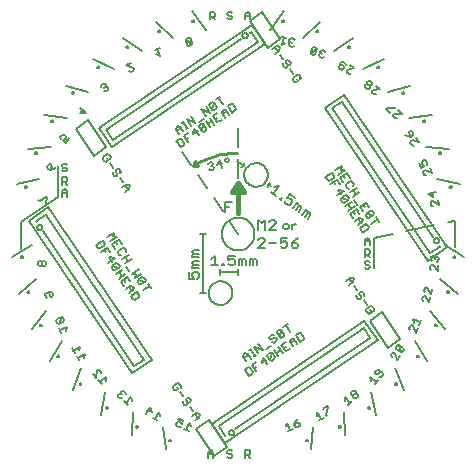
<source format=gto>
G75*
%MOIN*%
%OFA0B0*%
%FSLAX24Y24*%
%IPPOS*%
%LPD*%
%AMOC8*
5,1,8,0,0,1.08239X$1,22.5*
%
%ADD10C,0.0060*%
%ADD11C,0.0050*%
%ADD12C,0.0100*%
%ADD13C,0.0080*%
%ADD14C,0.0070*%
%ADD15C,0.0160*%
D10*
X009487Y009019D02*
X009373Y009151D01*
X009430Y009085D02*
X009627Y009255D01*
X009618Y009133D01*
X009458Y009384D02*
X009462Y009445D01*
X009405Y009511D01*
X009344Y009515D01*
X009311Y009487D01*
X009294Y009242D01*
X009180Y009373D01*
X008736Y009820D02*
X008646Y009968D01*
X008691Y009894D02*
X008913Y010030D01*
X008884Y009911D01*
X008730Y010162D02*
X008758Y010281D01*
X008537Y010145D01*
X008582Y010071D02*
X008491Y010219D01*
X008280Y010807D02*
X008328Y010920D01*
X008087Y010822D01*
X008054Y010902D02*
X008120Y010741D01*
X008048Y011031D02*
X008144Y011257D01*
X007983Y011191D01*
X007959Y011135D01*
X007992Y011054D01*
X008048Y011031D01*
X008209Y011096D01*
X008233Y011153D01*
X008200Y011233D01*
X008144Y011257D01*
X007840Y011943D02*
X007798Y011933D01*
X007746Y011966D01*
X007717Y012093D01*
X007633Y012074D02*
X007802Y012112D01*
X007854Y012079D01*
X007873Y011995D01*
X007840Y011943D01*
X007671Y011905D02*
X007619Y011937D01*
X007600Y012022D01*
X007633Y012074D01*
X007541Y012968D02*
X007584Y012971D01*
X007625Y013017D01*
X007619Y013104D01*
X007574Y013144D01*
X007530Y013142D01*
X007490Y013096D01*
X007495Y013009D01*
X007541Y012968D01*
X007495Y013009D02*
X007454Y012963D01*
X007411Y012961D01*
X007365Y013001D01*
X007360Y013088D01*
X007400Y013134D01*
X007444Y013136D01*
X007490Y013096D01*
X006798Y013540D02*
X006798Y014426D01*
X008028Y015263D01*
X008028Y016296D01*
X007952Y016262D02*
X007877Y016202D01*
X007762Y016159D01*
X007816Y016277D01*
X007794Y016334D01*
X007755Y016352D01*
X007697Y016331D01*
X007661Y016252D01*
X007683Y016195D01*
X007762Y016159D01*
X008157Y016160D02*
X008200Y016117D01*
X008287Y016117D01*
X008331Y016160D01*
X008331Y016204D01*
X008287Y016247D01*
X008200Y016247D01*
X008157Y016290D01*
X008157Y016334D01*
X008200Y016377D01*
X008287Y016377D01*
X008331Y016334D01*
X008287Y015934D02*
X008331Y015891D01*
X008331Y015804D01*
X008287Y015761D01*
X008157Y015761D01*
X008244Y015761D02*
X008331Y015674D01*
X008244Y015540D02*
X008331Y015454D01*
X008331Y015280D01*
X008331Y015410D02*
X008157Y015410D01*
X008157Y015454D02*
X008157Y015280D01*
X008157Y015454D02*
X008244Y015540D01*
X008157Y015674D02*
X008157Y015934D01*
X008287Y015934D01*
X007672Y015251D02*
X007630Y015262D01*
X007417Y015140D01*
X007375Y015151D01*
X007626Y015083D02*
X007672Y015251D01*
X008301Y017082D02*
X008193Y017154D01*
X008278Y017202D01*
X008302Y017238D01*
X008290Y017298D01*
X008218Y017347D01*
X008158Y017335D01*
X008109Y017263D01*
X008121Y017203D01*
X008301Y017082D02*
X008398Y017226D01*
X008774Y018057D02*
X008893Y018183D01*
X008769Y018241D02*
X008958Y018063D01*
X008774Y018057D01*
X009555Y018793D02*
X009616Y018784D01*
X009685Y018837D01*
X009693Y018898D01*
X009667Y018932D01*
X009606Y018940D01*
X009614Y019001D01*
X009588Y019036D01*
X009527Y019044D01*
X009458Y018991D01*
X009450Y018930D01*
X009571Y018914D02*
X009606Y018940D01*
X010393Y019460D02*
X010451Y019442D01*
X010528Y019483D01*
X010546Y019541D01*
X010525Y019580D01*
X010291Y019651D01*
X010444Y019733D01*
X011304Y020018D02*
X011414Y019963D01*
X011330Y020210D01*
X011248Y020182D02*
X011412Y020238D01*
X012325Y020340D02*
X012375Y020304D01*
X012460Y020318D01*
X012496Y020368D01*
X012297Y020511D01*
X012333Y020561D01*
X012418Y020575D01*
X012468Y020539D01*
X012496Y020368D01*
X012325Y020340D02*
X012297Y020511D01*
X013078Y021186D02*
X013078Y021446D01*
X013208Y021446D01*
X013252Y021403D01*
X013252Y021316D01*
X013208Y021272D01*
X013078Y021272D01*
X013165Y021272D02*
X013252Y021186D01*
X013669Y021229D02*
X013712Y021186D01*
X013799Y021186D01*
X013842Y021229D01*
X013842Y021273D01*
X013799Y021316D01*
X013712Y021316D01*
X013669Y021359D01*
X013669Y021403D01*
X013712Y021446D01*
X013799Y021446D01*
X013842Y021403D01*
X014259Y021359D02*
X014259Y021186D01*
X014259Y021316D02*
X014433Y021316D01*
X014433Y021359D02*
X014433Y021186D01*
X014433Y021359D02*
X014346Y021446D01*
X014259Y021359D01*
X015167Y020187D02*
X015311Y020284D01*
X015431Y020260D01*
X015408Y020140D01*
X015264Y020043D01*
X015372Y020116D02*
X015275Y020259D01*
X015502Y020335D02*
X015544Y020592D01*
X015629Y020578D02*
X015458Y020606D01*
X015601Y020407D02*
X015502Y020335D01*
X015714Y020344D02*
X015721Y020387D01*
X015771Y020423D01*
X015735Y020473D01*
X015742Y020516D01*
X015792Y020551D01*
X015877Y020537D01*
X015913Y020488D01*
X015813Y020416D02*
X015771Y020423D01*
X015714Y020344D02*
X015750Y020295D01*
X015835Y020281D01*
X015885Y020316D01*
X015439Y020015D02*
X015536Y019871D01*
X015640Y019795D02*
X015628Y019735D01*
X015677Y019663D01*
X015665Y019603D01*
X015629Y019579D01*
X015569Y019590D01*
X015521Y019662D01*
X015532Y019722D01*
X015640Y019795D02*
X015676Y019819D01*
X015736Y019808D01*
X015785Y019736D01*
X015773Y019676D01*
X015769Y019527D02*
X015866Y019383D01*
X016006Y019331D02*
X015862Y019234D01*
X015850Y019174D01*
X015899Y019102D01*
X015959Y019090D01*
X016031Y019139D01*
X015982Y019210D01*
X016103Y019187D02*
X016114Y019247D01*
X016066Y019319D01*
X016006Y019331D01*
X016749Y019930D02*
X016832Y019902D01*
X016887Y019929D01*
X016832Y020039D02*
X016791Y020053D01*
X016764Y020108D01*
X016778Y020149D01*
X016833Y020177D01*
X016915Y020149D01*
X016942Y020094D01*
X016791Y020053D02*
X016736Y020026D01*
X016722Y019985D01*
X016749Y019930D01*
X016607Y020024D02*
X016552Y019997D01*
X016470Y020025D01*
X016443Y020080D01*
X016663Y020188D01*
X016636Y020243D01*
X016554Y020271D01*
X016499Y020244D01*
X016443Y020080D01*
X016607Y020024D02*
X016663Y020188D01*
X017470Y019764D02*
X017389Y019610D01*
X017407Y019552D01*
X017483Y019511D01*
X017542Y019529D01*
X017562Y019567D01*
X017544Y019626D01*
X017429Y019687D01*
X017470Y019764D02*
X017529Y019782D01*
X017605Y019741D01*
X017623Y019682D01*
X017751Y019664D02*
X017904Y019582D01*
X017669Y019510D01*
X017649Y019472D01*
X017667Y019413D01*
X017743Y019373D01*
X017802Y019391D01*
X018281Y019022D02*
X018342Y019030D01*
X018411Y018977D01*
X018419Y018916D01*
X018393Y018882D01*
X018332Y018874D01*
X018263Y018927D01*
X018255Y018987D01*
X018281Y019022D01*
X018342Y019030D02*
X018334Y019091D01*
X018360Y019125D01*
X018421Y019133D01*
X018490Y019081D01*
X018498Y019020D01*
X018472Y018985D01*
X018411Y018977D01*
X018515Y018843D02*
X018489Y018808D01*
X018497Y018748D01*
X018566Y018695D01*
X018627Y018703D01*
X018515Y018843D02*
X018758Y018875D01*
X018620Y018981D01*
X019284Y018253D02*
X019252Y018223D01*
X019007Y018231D01*
X018976Y018202D01*
X019094Y018075D01*
X019209Y018016D02*
X019207Y017955D01*
X019266Y017892D01*
X019328Y017890D01*
X019209Y018016D02*
X019241Y018046D01*
X019486Y018038D01*
X019367Y018165D01*
X019764Y017469D02*
X019728Y017445D01*
X019717Y017384D01*
X019789Y017276D01*
X019861Y017325D01*
X019873Y017385D01*
X019825Y017457D01*
X019764Y017469D01*
X019669Y017300D02*
X019584Y017348D01*
X019669Y017300D02*
X019789Y017276D01*
X019821Y017152D02*
X019785Y017127D01*
X019773Y017067D01*
X019821Y016995D01*
X019882Y016983D01*
X019821Y017152D02*
X020062Y017104D01*
X019965Y017248D01*
X020249Y016486D02*
X020170Y016450D01*
X020148Y016393D01*
X020166Y016354D01*
X020242Y016293D01*
X020123Y016239D01*
X020051Y016397D01*
X020249Y016486D02*
X020306Y016465D01*
X020342Y016386D01*
X020321Y016329D01*
X020410Y016236D02*
X020482Y016078D01*
X020253Y016164D01*
X020213Y016146D01*
X020192Y016089D01*
X020228Y016010D01*
X020285Y015989D01*
X020480Y015427D02*
X020525Y015259D01*
X020366Y015351D01*
X020617Y015419D01*
X020683Y015177D02*
X020728Y015009D01*
X020515Y015131D01*
X020473Y015120D01*
X020443Y015067D01*
X020466Y014983D01*
X020519Y014952D01*
X020572Y014324D02*
X019631Y014119D01*
X019186Y014020D02*
X018560Y013885D01*
X018560Y012900D01*
X018419Y012926D02*
X018376Y012883D01*
X018289Y012883D01*
X018246Y012926D01*
X018289Y013013D02*
X018376Y013013D01*
X018419Y012969D01*
X018419Y012926D01*
X018289Y013013D02*
X018246Y013056D01*
X018246Y013099D01*
X018289Y013143D01*
X018376Y013143D01*
X018419Y013099D01*
X018419Y013259D02*
X018332Y013346D01*
X018376Y013346D02*
X018246Y013346D01*
X018246Y013259D02*
X018246Y013519D01*
X018376Y013519D01*
X018419Y013476D01*
X018419Y013389D01*
X018376Y013346D01*
X018419Y013656D02*
X018419Y013830D01*
X018332Y013916D01*
X018246Y013830D01*
X018246Y013656D01*
X018246Y013786D02*
X018419Y013786D01*
X018224Y014101D02*
X018368Y014198D01*
X018380Y014258D01*
X018307Y014366D01*
X018091Y014220D01*
X018164Y014112D01*
X018224Y014101D01*
X018023Y014321D02*
X018167Y014418D01*
X018191Y014538D01*
X018070Y014561D01*
X017926Y014464D01*
X017859Y014565D02*
X017762Y014709D01*
X017977Y014854D01*
X018074Y014710D01*
X018190Y014789D02*
X018093Y014932D01*
X018309Y015078D01*
X018406Y014934D01*
X018438Y014809D02*
X018498Y014798D01*
X018546Y014726D01*
X018535Y014666D01*
X018294Y014712D01*
X018282Y014652D01*
X018331Y014580D01*
X018391Y014569D01*
X018535Y014666D01*
X018638Y014589D02*
X018736Y014446D01*
X018687Y014517D02*
X018471Y014372D01*
X018131Y014393D02*
X018034Y014537D01*
X017918Y014710D02*
X017869Y014781D01*
X017802Y014882D02*
X017705Y015026D01*
X017813Y015098D02*
X017597Y014953D01*
X017565Y015078D02*
X017505Y015089D01*
X017456Y015161D01*
X017468Y015222D01*
X017709Y015175D01*
X017565Y015078D01*
X017468Y015222D02*
X017612Y015319D01*
X017672Y015307D01*
X017721Y015235D01*
X017709Y015175D01*
X017861Y015277D02*
X018076Y015423D01*
X017969Y015350D02*
X017872Y015494D01*
X017979Y015566D02*
X017764Y015421D01*
X017732Y015546D02*
X017672Y015557D01*
X017623Y015629D01*
X017635Y015689D01*
X017779Y015786D01*
X017839Y015775D01*
X017887Y015703D01*
X017876Y015643D01*
X017747Y015911D02*
X017650Y016055D01*
X017434Y015909D01*
X017531Y015766D01*
X017415Y015688D02*
X017318Y015831D01*
X017103Y015686D01*
X017071Y015811D02*
X017215Y015908D01*
X017226Y015968D01*
X017154Y016076D01*
X016938Y015930D01*
X017011Y015822D01*
X017071Y015811D01*
X017210Y015759D02*
X017259Y015687D01*
X017375Y015514D02*
X017472Y015370D01*
X017340Y015334D02*
X017556Y015479D01*
X017375Y015514D01*
X017591Y015910D02*
X017542Y015982D01*
X017582Y016155D02*
X017366Y016010D01*
X017269Y016154D02*
X017485Y016299D01*
X017462Y016179D01*
X017582Y016155D01*
X017893Y015152D02*
X017990Y015009D01*
X017910Y014955D02*
X017694Y014809D01*
X018201Y015005D02*
X018250Y014933D01*
X018294Y014712D02*
X018438Y014809D01*
X020454Y013251D02*
X020449Y013164D01*
X020489Y013118D01*
X020482Y012997D02*
X020525Y012995D01*
X020688Y012811D01*
X020699Y012984D01*
X020663Y013108D02*
X020709Y013148D01*
X020714Y013235D01*
X020673Y013281D01*
X020630Y013283D01*
X020584Y013243D01*
X020581Y013199D01*
X020584Y013243D02*
X020543Y013289D01*
X020500Y013291D01*
X020454Y013251D01*
X020482Y012997D02*
X020436Y012957D01*
X020431Y012870D01*
X020472Y012824D01*
X020338Y012246D02*
X020295Y012256D01*
X020243Y012223D01*
X020224Y012139D01*
X020257Y012087D01*
X020230Y011969D02*
X020178Y011936D01*
X020159Y011851D01*
X020192Y011799D01*
X020230Y011969D02*
X020272Y011959D01*
X020403Y011751D01*
X020442Y011920D01*
X020468Y012039D02*
X020338Y012246D01*
X020507Y012208D02*
X020468Y012039D01*
X020122Y011175D02*
X020056Y011014D01*
X020089Y011095D02*
X019848Y011193D01*
X019896Y011080D01*
X019850Y010968D02*
X019810Y010984D01*
X019753Y010960D01*
X019720Y010880D01*
X019744Y010823D01*
X019850Y010968D02*
X019945Y010741D01*
X020011Y010902D01*
X019536Y010241D02*
X019551Y010182D01*
X019505Y010108D01*
X019446Y010094D01*
X019389Y010332D01*
X019536Y010241D01*
X019446Y010094D02*
X019298Y010185D01*
X019284Y010244D01*
X019329Y010318D01*
X019389Y010332D01*
X019234Y010081D02*
X019175Y010067D01*
X019129Y009993D01*
X019143Y009934D01*
X019234Y010081D02*
X019271Y010059D01*
X019328Y009820D01*
X019419Y009968D01*
X018851Y009402D02*
X018720Y009515D01*
X018659Y009511D01*
X018602Y009445D01*
X018607Y009384D01*
X018640Y009356D01*
X018701Y009360D01*
X018786Y009458D01*
X018851Y009402D02*
X018856Y009341D01*
X018799Y009275D01*
X018738Y009271D01*
X018691Y009151D02*
X018578Y009019D01*
X018635Y009085D02*
X018438Y009255D01*
X018447Y009133D01*
X018003Y008710D02*
X018030Y008677D01*
X018025Y008616D01*
X017958Y008560D01*
X017897Y008566D01*
X017869Y008599D01*
X017875Y008660D01*
X017942Y008716D01*
X018003Y008710D01*
X017942Y008716D02*
X017947Y008777D01*
X017920Y008810D01*
X017859Y008816D01*
X017792Y008761D01*
X017786Y008699D01*
X017814Y008666D01*
X017875Y008660D01*
X017831Y008455D02*
X017698Y008344D01*
X017765Y008400D02*
X017599Y008600D01*
X017587Y008478D01*
X017025Y008251D02*
X016963Y008013D01*
X016985Y007976D01*
X016880Y007915D02*
X016731Y007827D01*
X016805Y007871D02*
X016674Y008095D01*
X016643Y007976D01*
X016853Y008200D02*
X017003Y008288D01*
X017025Y008251D01*
X016025Y007880D02*
X015959Y007808D01*
X015909Y007696D01*
X016031Y007743D01*
X016087Y007718D01*
X016102Y007678D01*
X016077Y007622D01*
X015996Y007591D01*
X015940Y007615D01*
X015909Y007696D01*
X015843Y007532D02*
X015681Y007469D01*
X015762Y007500D02*
X015669Y007743D01*
X015619Y007631D01*
X014433Y006786D02*
X014433Y006700D01*
X014390Y006656D01*
X014259Y006656D01*
X014259Y006570D02*
X014259Y006830D01*
X014390Y006830D01*
X014433Y006786D01*
X014346Y006656D02*
X014433Y006570D01*
X013842Y006613D02*
X013799Y006570D01*
X013712Y006570D01*
X013669Y006613D01*
X013712Y006700D02*
X013799Y006700D01*
X013842Y006656D01*
X013842Y006613D01*
X013712Y006700D02*
X013669Y006743D01*
X013669Y006786D01*
X013712Y006830D01*
X013799Y006830D01*
X013842Y006786D01*
X013203Y006743D02*
X013203Y006570D01*
X013203Y006700D02*
X013029Y006700D01*
X013029Y006743D02*
X013029Y006570D01*
X013029Y006743D02*
X013116Y006830D01*
X013203Y006743D01*
X012384Y007469D02*
X012222Y007532D01*
X012303Y007500D02*
X012396Y007743D01*
X012446Y007631D01*
X012592Y007817D02*
X012736Y007914D01*
X012759Y008034D01*
X012639Y008058D01*
X012495Y007961D01*
X012603Y008033D02*
X012700Y007890D01*
X012535Y008134D02*
X012438Y008278D01*
X012334Y008354D02*
X012299Y008330D01*
X012238Y008341D01*
X012190Y008413D01*
X012202Y008474D01*
X012298Y008486D02*
X012346Y008414D01*
X012334Y008354D01*
X012442Y008427D02*
X012454Y008487D01*
X012406Y008559D01*
X012345Y008571D01*
X012309Y008546D01*
X012298Y008486D01*
X012206Y008622D02*
X012109Y008766D01*
X012041Y008867D02*
X011992Y008939D01*
X012041Y008867D02*
X011969Y008818D01*
X011909Y008830D01*
X011860Y008902D01*
X011872Y008962D01*
X012016Y009059D01*
X012076Y009047D01*
X012125Y008975D01*
X012113Y008915D01*
X012040Y007880D02*
X012202Y007818D01*
X012155Y007696D01*
X012090Y007768D01*
X012049Y007784D01*
X011993Y007759D01*
X011962Y007678D01*
X011987Y007622D01*
X012068Y007591D01*
X012124Y007615D01*
X011422Y007976D02*
X011391Y008095D01*
X011259Y007871D01*
X011334Y007827D02*
X011184Y007915D01*
X011146Y008088D02*
X010996Y008176D01*
X011099Y008266D02*
X011146Y008088D01*
X010968Y008042D02*
X011099Y008266D01*
X010477Y008478D02*
X010466Y008600D01*
X010300Y008400D01*
X010233Y008455D02*
X010367Y008344D01*
X010168Y008566D02*
X010107Y008560D01*
X010040Y008616D01*
X010034Y008677D01*
X010062Y008710D01*
X010123Y008716D01*
X010156Y008688D01*
X010123Y008716D02*
X010117Y008777D01*
X010145Y008810D01*
X010206Y008816D01*
X010273Y008761D01*
X010278Y008699D01*
X010581Y011840D02*
X010725Y011937D01*
X010737Y011998D01*
X010664Y012105D01*
X010448Y011960D01*
X010521Y011852D01*
X010581Y011840D01*
X010381Y012060D02*
X010524Y012157D01*
X010548Y012278D01*
X010427Y012301D01*
X010284Y012204D01*
X010216Y012305D02*
X010119Y012449D01*
X010335Y012594D01*
X010432Y012450D01*
X010275Y012449D02*
X010227Y012521D01*
X010159Y012622D02*
X010062Y012766D01*
X010170Y012838D02*
X009954Y012693D01*
X009922Y012818D02*
X009862Y012829D01*
X009814Y012901D01*
X009825Y012961D01*
X010066Y012915D01*
X009922Y012818D01*
X009825Y012961D02*
X009969Y013058D01*
X010029Y013047D01*
X010078Y012975D01*
X010066Y012915D01*
X010294Y012934D02*
X010391Y012790D01*
X010495Y012714D02*
X010615Y012691D01*
X010592Y012570D01*
X010807Y012716D01*
X010839Y012591D02*
X010899Y012579D01*
X010948Y012507D01*
X010936Y012447D01*
X010695Y012494D01*
X010684Y012434D01*
X010732Y012362D01*
X010792Y012350D01*
X010936Y012447D01*
X011040Y012371D02*
X011137Y012227D01*
X011088Y012299D02*
X010873Y012154D01*
X010695Y012494D02*
X010839Y012591D01*
X010710Y012860D02*
X010495Y012714D01*
X010267Y012694D02*
X010051Y012549D01*
X010392Y012277D02*
X010489Y012133D01*
X010262Y013059D02*
X010478Y013204D01*
X010370Y013132D02*
X010273Y013275D01*
X010165Y013203D02*
X010381Y013348D01*
X010277Y013424D02*
X010289Y013485D01*
X010240Y013556D01*
X010180Y013568D01*
X010036Y013471D01*
X010025Y013411D01*
X010073Y013339D01*
X010133Y013327D01*
X009913Y013219D02*
X009732Y013254D01*
X009829Y013110D01*
X009697Y013073D02*
X009913Y013219D01*
X009773Y013427D02*
X009676Y013571D01*
X009460Y013426D01*
X009428Y013550D02*
X009572Y013647D01*
X009584Y013708D01*
X009511Y013815D01*
X009295Y013670D01*
X009368Y013562D01*
X009428Y013550D01*
X009568Y013498D02*
X009616Y013426D01*
X009933Y013547D02*
X009836Y013691D01*
X010051Y013837D01*
X010148Y013693D01*
X009992Y013692D02*
X009943Y013764D01*
X009984Y013937D02*
X009768Y013792D01*
X009671Y013935D02*
X009887Y014081D01*
X009863Y013961D01*
X009984Y013937D01*
X010250Y015442D02*
X010394Y015539D01*
X010417Y015660D01*
X010297Y015683D01*
X010153Y015586D01*
X010261Y015659D02*
X010358Y015515D01*
X010193Y015759D02*
X010096Y015903D01*
X009992Y015979D02*
X009956Y015955D01*
X009896Y015967D01*
X009848Y016039D01*
X009859Y016099D01*
X009956Y016111D02*
X010004Y016039D01*
X009992Y015979D01*
X010100Y016052D02*
X010112Y016112D01*
X010063Y016184D01*
X010003Y016196D01*
X009967Y016172D01*
X009956Y016111D01*
X009864Y016248D02*
X009767Y016392D01*
X009699Y016492D02*
X009650Y016564D01*
X009699Y016492D02*
X009627Y016444D01*
X009567Y016455D01*
X009518Y016527D01*
X009530Y016587D01*
X009674Y016684D01*
X009734Y016673D01*
X009782Y016601D01*
X009771Y016541D01*
X011972Y017142D02*
X012080Y017215D01*
X012140Y017203D01*
X012237Y017060D01*
X012226Y016999D01*
X012118Y016927D01*
X011972Y017142D01*
X012057Y017368D02*
X011960Y017512D01*
X011983Y017632D01*
X012104Y017609D01*
X012201Y017465D01*
X012301Y017533D02*
X012373Y017581D01*
X012337Y017557D02*
X012192Y017773D01*
X012156Y017749D02*
X012228Y017797D01*
X012319Y017858D02*
X012608Y017740D01*
X012463Y017955D01*
X012319Y017858D02*
X012464Y017643D01*
X012569Y017545D02*
X012534Y017364D01*
X012678Y017461D01*
X012714Y017329D02*
X012569Y017545D01*
X012729Y017601D02*
X012741Y017661D01*
X012813Y017709D01*
X012873Y017698D01*
X012826Y017457D01*
X012887Y017445D01*
X012959Y017494D01*
X012970Y017554D01*
X012873Y017698D01*
X012950Y017801D02*
X013095Y017586D01*
X013022Y017694D02*
X013166Y017791D01*
X013267Y017858D02*
X013338Y017907D01*
X013194Y017966D02*
X013339Y017750D01*
X013483Y017847D01*
X013584Y017915D02*
X013487Y018059D01*
X013510Y018179D01*
X013630Y018156D01*
X013727Y018012D01*
X013828Y018080D02*
X013682Y018296D01*
X013790Y018368D01*
X013850Y018357D01*
X013947Y018213D01*
X013936Y018153D01*
X013828Y018080D01*
X013655Y018120D02*
X013511Y018023D01*
X013338Y018063D02*
X013194Y017966D01*
X013093Y017898D02*
X013239Y017683D01*
X012953Y017972D02*
X012807Y018188D01*
X013097Y018069D01*
X012951Y018285D01*
X013076Y018317D02*
X013087Y018377D01*
X013159Y018425D01*
X013220Y018414D01*
X013173Y018173D01*
X013233Y018161D01*
X013305Y018210D01*
X013317Y018270D01*
X013220Y018414D01*
X013296Y018517D02*
X013440Y018614D01*
X013368Y018566D02*
X013513Y018350D01*
X013173Y018173D02*
X013076Y018317D01*
X012877Y017868D02*
X012733Y017771D01*
X012729Y017601D02*
X012826Y017457D01*
X012361Y017404D02*
X012217Y017307D01*
X012362Y017091D01*
X012289Y017199D02*
X012361Y017248D01*
X012128Y017573D02*
X011984Y017476D01*
X013046Y016412D02*
X013130Y016432D01*
X013183Y016400D01*
X013193Y016358D01*
X013161Y016305D01*
X013213Y016273D01*
X013223Y016231D01*
X013191Y016179D01*
X013107Y016159D01*
X013054Y016191D01*
X013118Y016295D02*
X013161Y016305D01*
X013014Y016359D02*
X013046Y016412D01*
X013321Y016344D02*
X013489Y016384D01*
X013597Y016455D02*
X013587Y016497D01*
X013619Y016549D01*
X013661Y016559D01*
X013713Y016527D01*
X013724Y016485D01*
X013691Y016433D01*
X013649Y016423D01*
X013597Y016455D01*
X013417Y016501D02*
X013477Y016248D01*
X013321Y016344D02*
X013417Y016501D01*
X015582Y014371D02*
X015539Y014328D01*
X015539Y014241D01*
X015582Y014198D01*
X015669Y014198D01*
X015712Y014241D01*
X015712Y014328D01*
X015669Y014371D01*
X015582Y014371D01*
X015833Y014371D02*
X015833Y014198D01*
X015833Y014284D02*
X015920Y014371D01*
X015963Y014371D01*
X017614Y012478D02*
X017758Y012576D01*
X017878Y012552D01*
X017855Y012432D01*
X017711Y012335D01*
X017819Y012407D02*
X017722Y012551D01*
X017887Y012307D02*
X017984Y012163D01*
X018087Y012087D02*
X018076Y012027D01*
X018124Y011955D01*
X018112Y011895D01*
X018077Y011870D01*
X018016Y011882D01*
X017968Y011954D01*
X017980Y012014D01*
X018087Y012087D02*
X018123Y012111D01*
X018184Y012099D01*
X018232Y012028D01*
X018220Y011967D01*
X018216Y011818D02*
X018313Y011675D01*
X018453Y011623D02*
X018309Y011526D01*
X018297Y011465D01*
X018346Y011394D01*
X018406Y011382D01*
X018478Y011430D01*
X018429Y011502D01*
X018453Y011623D02*
X018513Y011611D01*
X018562Y011539D01*
X018550Y011479D01*
X016224Y010581D02*
X016127Y010725D01*
X016067Y010737D01*
X015959Y010664D01*
X016105Y010448D01*
X016212Y010521D01*
X016224Y010581D01*
X016004Y010381D02*
X015907Y010524D01*
X015787Y010548D01*
X015763Y010427D01*
X015860Y010284D01*
X015760Y010216D02*
X015616Y010119D01*
X015471Y010335D01*
X015614Y010432D01*
X015615Y010275D02*
X015543Y010227D01*
X015443Y010159D02*
X015299Y010062D01*
X015372Y009954D02*
X015226Y010170D01*
X015150Y010066D02*
X015103Y009825D01*
X015163Y009814D01*
X015235Y009862D01*
X015247Y009922D01*
X015150Y010066D01*
X015090Y010078D01*
X015018Y010029D01*
X015006Y009969D01*
X015103Y009825D01*
X014954Y009829D02*
X014810Y009732D01*
X014846Y009913D01*
X014991Y009697D01*
X014637Y009773D02*
X014493Y009676D01*
X014639Y009460D01*
X014514Y009428D02*
X014417Y009572D01*
X014357Y009584D01*
X014249Y009511D01*
X014395Y009295D01*
X014503Y009368D01*
X014514Y009428D01*
X014566Y009568D02*
X014638Y009616D01*
X014444Y009883D02*
X014347Y010027D01*
X014227Y010050D01*
X014203Y009930D01*
X014300Y009786D01*
X014228Y009894D02*
X014371Y009991D01*
X014399Y010167D02*
X014471Y010215D01*
X014435Y010191D02*
X014581Y009975D01*
X014545Y009951D02*
X014616Y010000D01*
X014707Y010061D02*
X014562Y010277D01*
X014851Y010158D01*
X014706Y010374D01*
X014976Y010190D02*
X015120Y010287D01*
X015172Y010426D02*
X015232Y010415D01*
X015304Y010463D01*
X015316Y010523D01*
X015291Y010559D01*
X015231Y010571D01*
X015159Y010523D01*
X015099Y010534D01*
X015075Y010570D01*
X015086Y010630D01*
X015158Y010679D01*
X015219Y010667D01*
X015319Y010735D02*
X015331Y010795D01*
X015403Y010844D01*
X015463Y010832D01*
X015416Y010591D01*
X015476Y010579D01*
X015548Y010628D01*
X015560Y010688D01*
X015463Y010832D01*
X015539Y010936D02*
X015683Y011033D01*
X015611Y010984D02*
X015756Y010768D01*
X015931Y010489D02*
X015788Y010392D01*
X015416Y010591D02*
X015319Y010735D01*
X015370Y010267D02*
X015516Y010051D01*
X021024Y014422D02*
X021267Y014475D01*
X021267Y013589D01*
D11*
X008798Y009551D02*
X008520Y008834D01*
X008774Y009014D02*
X008792Y009070D01*
X009600Y008757D02*
X009443Y008004D01*
X009664Y008223D02*
X009673Y008281D01*
X010511Y008110D02*
X010478Y007341D01*
X010660Y007593D02*
X010660Y007652D01*
X011526Y007614D02*
X011618Y006850D01*
X011757Y007129D02*
X011747Y007187D01*
X012635Y007541D02*
X013050Y007821D01*
X013653Y006925D01*
X013239Y006646D01*
X012635Y007541D01*
X013146Y007709D02*
X018237Y011144D01*
X018678Y010491D01*
X013586Y007056D01*
X013146Y007709D01*
X013386Y007634D02*
X018217Y010892D01*
X018437Y010566D01*
X013933Y007528D01*
X013718Y007417D02*
X013720Y007436D01*
X013726Y007453D01*
X013735Y007469D01*
X013747Y007483D01*
X013762Y007494D01*
X013779Y007502D01*
X013798Y007506D01*
X013816Y007506D01*
X013835Y007502D01*
X013851Y007494D01*
X013867Y007483D01*
X013879Y007469D01*
X013888Y007453D01*
X013894Y007436D01*
X013896Y007417D01*
X013894Y007398D01*
X013888Y007381D01*
X013879Y007365D01*
X013867Y007351D01*
X013852Y007340D01*
X013835Y007332D01*
X013816Y007328D01*
X013798Y007328D01*
X013779Y007332D01*
X013763Y007340D01*
X013747Y007351D01*
X013735Y007365D01*
X013726Y007381D01*
X013720Y007398D01*
X013718Y007417D01*
X013639Y007330D02*
X013606Y007308D01*
X013386Y007634D01*
X011144Y009827D02*
X010491Y009387D01*
X007056Y014479D01*
X007709Y014919D01*
X011144Y009827D01*
X010892Y009848D02*
X010566Y009628D01*
X007528Y014132D01*
X007328Y014258D02*
X007330Y014277D01*
X007336Y014294D01*
X007345Y014310D01*
X007357Y014324D01*
X007372Y014335D01*
X007389Y014343D01*
X007408Y014347D01*
X007426Y014347D01*
X007445Y014343D01*
X007461Y014335D01*
X007477Y014324D01*
X007489Y014310D01*
X007498Y014294D01*
X007504Y014277D01*
X007506Y014258D01*
X007504Y014239D01*
X007498Y014222D01*
X007489Y014206D01*
X007477Y014192D01*
X007462Y014181D01*
X007445Y014173D01*
X007426Y014169D01*
X007408Y014169D01*
X007389Y014173D01*
X007373Y014181D01*
X007357Y014192D01*
X007345Y014206D01*
X007336Y014222D01*
X007330Y014239D01*
X007328Y014258D01*
X007330Y014425D02*
X007308Y014458D01*
X007634Y014678D01*
X010892Y009848D01*
X012753Y012064D02*
X012851Y012064D01*
X012851Y014032D01*
X012753Y014032D01*
X012851Y014032D02*
X012950Y014032D01*
X013734Y014471D02*
X014032Y014032D01*
X013488Y014032D02*
X013490Y014078D01*
X013496Y014124D01*
X013506Y014169D01*
X013519Y014213D01*
X013536Y014256D01*
X013557Y014297D01*
X013581Y014337D01*
X013609Y014374D01*
X013639Y014408D01*
X013673Y014440D01*
X013709Y014469D01*
X013747Y014495D01*
X013787Y014518D01*
X013829Y014537D01*
X013873Y014552D01*
X013917Y014564D01*
X013963Y014572D01*
X014009Y014576D01*
X014055Y014576D01*
X014101Y014572D01*
X014147Y014564D01*
X014191Y014552D01*
X014235Y014537D01*
X014277Y014518D01*
X014317Y014495D01*
X014355Y014469D01*
X014391Y014440D01*
X014425Y014408D01*
X014455Y014374D01*
X014483Y014337D01*
X014507Y014297D01*
X014528Y014256D01*
X014545Y014213D01*
X014558Y014169D01*
X014568Y014124D01*
X014574Y014078D01*
X014576Y014032D01*
X014574Y013986D01*
X014568Y013940D01*
X014558Y013895D01*
X014545Y013851D01*
X014528Y013808D01*
X014507Y013767D01*
X014483Y013727D01*
X014455Y013690D01*
X014425Y013656D01*
X014391Y013624D01*
X014355Y013595D01*
X014317Y013569D01*
X014277Y013546D01*
X014235Y013527D01*
X014191Y013512D01*
X014147Y013500D01*
X014101Y013492D01*
X014055Y013488D01*
X014009Y013488D01*
X013963Y013492D01*
X013917Y013500D01*
X013873Y013512D01*
X013829Y013527D01*
X013787Y013546D01*
X013747Y013569D01*
X013709Y013595D01*
X013673Y013624D01*
X013639Y013656D01*
X013609Y013690D01*
X013581Y013727D01*
X013557Y013767D01*
X013536Y013808D01*
X013519Y013851D01*
X013506Y013895D01*
X013496Y013940D01*
X013490Y013986D01*
X013488Y014032D01*
X013512Y014796D02*
X013213Y015235D01*
X012991Y015560D02*
X012693Y015998D01*
X012471Y016324D02*
X012172Y016762D01*
X014007Y016454D02*
X014234Y016293D01*
X014137Y016276D01*
X014234Y016293D02*
X014217Y016390D01*
X014032Y016535D02*
X014032Y015902D01*
X014229Y016001D02*
X014231Y016040D01*
X014237Y016079D01*
X014247Y016117D01*
X014260Y016154D01*
X014277Y016189D01*
X014297Y016223D01*
X014321Y016254D01*
X014348Y016283D01*
X014377Y016309D01*
X014409Y016332D01*
X014443Y016352D01*
X014479Y016368D01*
X014516Y016380D01*
X014555Y016389D01*
X014594Y016394D01*
X014633Y016395D01*
X014672Y016392D01*
X014711Y016385D01*
X014748Y016374D01*
X014785Y016360D01*
X014820Y016342D01*
X014853Y016321D01*
X014884Y016296D01*
X014912Y016269D01*
X014937Y016239D01*
X014959Y016206D01*
X014978Y016172D01*
X014993Y016136D01*
X015005Y016098D01*
X015013Y016060D01*
X015017Y016021D01*
X015017Y015981D01*
X015013Y015942D01*
X015005Y015904D01*
X014993Y015866D01*
X014978Y015830D01*
X014959Y015796D01*
X014937Y015763D01*
X014912Y015733D01*
X014884Y015706D01*
X014853Y015681D01*
X014820Y015660D01*
X014785Y015642D01*
X014748Y015628D01*
X014711Y015617D01*
X014672Y015610D01*
X014633Y015607D01*
X014594Y015608D01*
X014555Y015613D01*
X014516Y015622D01*
X014479Y015634D01*
X014443Y015650D01*
X014409Y015670D01*
X014377Y015693D01*
X014348Y015719D01*
X014321Y015748D01*
X014297Y015779D01*
X014277Y015813D01*
X014260Y015848D01*
X014247Y015885D01*
X014237Y015923D01*
X014231Y015962D01*
X014229Y016001D01*
X015012Y015709D02*
X015028Y015612D01*
X015012Y015709D02*
X015109Y015725D01*
X015012Y015709D02*
X015125Y015628D01*
X014032Y016929D02*
X014032Y017562D01*
X015015Y020244D02*
X015430Y020523D01*
X014826Y021419D01*
X014411Y021139D01*
X015015Y020244D01*
X014919Y020355D02*
X009827Y016921D01*
X009387Y017574D01*
X014479Y021008D01*
X014919Y020355D01*
X014678Y020431D02*
X009848Y017172D01*
X009628Y017499D01*
X014132Y020537D01*
X014169Y020648D02*
X014171Y020667D01*
X014177Y020684D01*
X014186Y020700D01*
X014198Y020714D01*
X014213Y020725D01*
X014230Y020733D01*
X014249Y020737D01*
X014267Y020737D01*
X014286Y020733D01*
X014302Y020725D01*
X014318Y020714D01*
X014330Y020700D01*
X014339Y020684D01*
X014345Y020667D01*
X014347Y020648D01*
X014345Y020629D01*
X014339Y020612D01*
X014330Y020596D01*
X014318Y020582D01*
X014303Y020571D01*
X014286Y020563D01*
X014267Y020559D01*
X014249Y020559D01*
X014230Y020563D01*
X014214Y020571D01*
X014198Y020582D01*
X014186Y020596D01*
X014177Y020612D01*
X014171Y020629D01*
X014169Y020648D01*
X014425Y020735D02*
X014458Y020757D01*
X014678Y020431D01*
X015106Y020838D02*
X015571Y021451D01*
X015551Y021140D02*
X015513Y021096D01*
X016203Y020571D02*
X016762Y021100D01*
X016691Y020797D02*
X016647Y020759D01*
X017232Y020135D02*
X017869Y020566D01*
X017750Y020278D02*
X017700Y020248D01*
X018185Y019530D02*
X018884Y019852D01*
X018720Y019587D02*
X018666Y019566D01*
X019028Y018778D02*
X019770Y018981D01*
X019564Y018747D02*
X019507Y018735D01*
X019729Y017908D02*
X020494Y017989D01*
X020253Y017791D02*
X020195Y017788D01*
X020285Y016926D02*
X021053Y016880D01*
X020784Y016724D02*
X020726Y016731D01*
X020671Y015877D02*
X021421Y015708D01*
X021130Y015598D02*
X021074Y015614D01*
X020537Y013933D02*
X017499Y018437D01*
X017172Y018217D01*
X020431Y013386D01*
X020757Y013606D01*
X020735Y013639D01*
X020912Y013652D02*
X021569Y013251D01*
X021257Y013240D02*
X021209Y013273D01*
X021008Y013586D02*
X017574Y018678D01*
X016921Y018237D01*
X020355Y013146D01*
X021008Y013586D01*
X020559Y013807D02*
X020561Y013826D01*
X020567Y013843D01*
X020576Y013859D01*
X020588Y013873D01*
X020603Y013884D01*
X020620Y013892D01*
X020639Y013896D01*
X020657Y013896D01*
X020676Y013892D01*
X020692Y013884D01*
X020708Y013873D01*
X020720Y013859D01*
X020729Y013843D01*
X020735Y013826D01*
X020737Y013807D01*
X020735Y013788D01*
X020729Y013771D01*
X020720Y013755D01*
X020708Y013741D01*
X020693Y013730D01*
X020676Y013722D01*
X020657Y013718D01*
X020639Y013718D01*
X020620Y013722D01*
X020604Y013730D01*
X020588Y013741D01*
X020576Y013755D01*
X020567Y013771D01*
X020561Y013788D01*
X020559Y013807D01*
X020760Y012545D02*
X021343Y012043D01*
X021034Y012083D02*
X020992Y012123D01*
X020427Y011466D02*
X020920Y010876D01*
X020622Y010965D02*
X020587Y011012D01*
X019922Y010456D02*
X020312Y009793D01*
X020032Y009930D02*
X020006Y009982D01*
X019442Y010524D02*
X019027Y010245D01*
X018423Y011140D01*
X018838Y011420D01*
X019442Y010524D01*
X019266Y009551D02*
X019545Y008834D01*
X019291Y009014D02*
X019272Y009070D01*
X018464Y008757D02*
X018622Y008004D01*
X018400Y008223D02*
X018392Y008281D01*
X017553Y008110D02*
X017587Y007341D01*
X017404Y007593D02*
X017405Y007652D01*
X016539Y007614D02*
X016446Y006850D01*
X016307Y007129D02*
X016317Y007187D01*
X013048Y012064D02*
X013050Y012103D01*
X013056Y012142D01*
X013066Y012180D01*
X013079Y012217D01*
X013096Y012252D01*
X013116Y012286D01*
X013140Y012317D01*
X013167Y012346D01*
X013196Y012372D01*
X013228Y012395D01*
X013262Y012415D01*
X013298Y012431D01*
X013335Y012443D01*
X013374Y012452D01*
X013413Y012457D01*
X013452Y012458D01*
X013491Y012455D01*
X013530Y012448D01*
X013567Y012437D01*
X013604Y012423D01*
X013639Y012405D01*
X013672Y012384D01*
X013703Y012359D01*
X013731Y012332D01*
X013756Y012302D01*
X013778Y012269D01*
X013797Y012235D01*
X013812Y012199D01*
X013824Y012161D01*
X013832Y012123D01*
X013836Y012084D01*
X013836Y012044D01*
X013832Y012005D01*
X013824Y011967D01*
X013812Y011929D01*
X013797Y011893D01*
X013778Y011859D01*
X013756Y011826D01*
X013731Y011796D01*
X013703Y011769D01*
X013672Y011744D01*
X013639Y011723D01*
X013604Y011705D01*
X013567Y011691D01*
X013530Y011680D01*
X013491Y011673D01*
X013452Y011670D01*
X013413Y011671D01*
X013374Y011676D01*
X013335Y011685D01*
X013298Y011697D01*
X013262Y011713D01*
X013228Y011733D01*
X013196Y011756D01*
X013167Y011782D01*
X013140Y011811D01*
X013116Y011842D01*
X013096Y011876D01*
X013079Y011911D01*
X013066Y011948D01*
X013056Y011986D01*
X013050Y012025D01*
X013048Y012064D01*
X012950Y012064D02*
X012851Y012064D01*
X013442Y012654D02*
X013442Y012753D01*
X014032Y012753D01*
X014032Y012654D01*
X014032Y012753D02*
X014032Y012851D01*
X013442Y012851D02*
X013442Y012753D01*
X009642Y016924D02*
X009227Y016645D01*
X008623Y017540D01*
X009038Y017820D01*
X009642Y016924D01*
X008336Y017908D02*
X007571Y017989D01*
X007811Y017791D02*
X007869Y017788D01*
X007779Y016926D02*
X007011Y016880D01*
X007281Y016724D02*
X007339Y016731D01*
X007394Y015877D02*
X006643Y015708D01*
X006935Y015598D02*
X006991Y015614D01*
X007153Y013652D02*
X006496Y013251D01*
X006807Y013240D02*
X006855Y013273D01*
X007305Y012545D02*
X006721Y012043D01*
X007030Y012083D02*
X007072Y012123D01*
X007638Y011466D02*
X007144Y010876D01*
X007443Y010965D02*
X007478Y011012D01*
X008143Y010456D02*
X007752Y009793D01*
X008032Y009930D02*
X008059Y009982D01*
X008557Y018735D02*
X008500Y018747D01*
X008295Y018981D02*
X009037Y018778D01*
X009345Y019587D02*
X009399Y019566D01*
X009180Y019852D02*
X009879Y019530D01*
X010315Y020278D02*
X010365Y020248D01*
X010196Y020566D02*
X010833Y020135D01*
X011373Y020797D02*
X011418Y020759D01*
X011302Y021100D02*
X011861Y020571D01*
X012514Y021140D02*
X012551Y021096D01*
X012493Y021451D02*
X012958Y020838D01*
D12*
X012602Y016462D02*
X012692Y016292D01*
X012542Y016312D01*
X012602Y016462D01*
X012562Y016322D02*
X012641Y016374D01*
X012722Y016422D01*
X012805Y016467D01*
X012890Y016509D01*
X012976Y016547D01*
X013063Y016582D01*
X013153Y016613D01*
X013243Y016641D01*
X013334Y016665D01*
X013426Y016685D01*
X013519Y016701D01*
X013613Y016714D01*
X013706Y016723D01*
X013801Y016728D01*
X013895Y016729D01*
X013989Y016726D01*
D13*
X010303Y020271D02*
X010305Y020282D01*
X010310Y020291D01*
X010318Y020299D01*
X010328Y020303D01*
X010339Y020304D01*
X010349Y020301D01*
X010358Y020295D01*
X010365Y020287D01*
X010369Y020276D01*
X010369Y020266D01*
X010365Y020255D01*
X010358Y020247D01*
X010349Y020241D01*
X010339Y020238D01*
X010328Y020239D01*
X010318Y020243D01*
X010310Y020251D01*
X010305Y020260D01*
X010303Y020271D01*
X009334Y019584D02*
X009336Y019595D01*
X009341Y019604D01*
X009349Y019612D01*
X009359Y019616D01*
X009370Y019617D01*
X009380Y019614D01*
X009389Y019608D01*
X009396Y019600D01*
X009400Y019589D01*
X009400Y019579D01*
X009396Y019568D01*
X009389Y019560D01*
X009380Y019554D01*
X009370Y019551D01*
X009359Y019552D01*
X009349Y019556D01*
X009341Y019564D01*
X009336Y019573D01*
X009334Y019584D01*
X008490Y018748D02*
X008492Y018759D01*
X008497Y018768D01*
X008505Y018776D01*
X008515Y018780D01*
X008526Y018781D01*
X008536Y018778D01*
X008545Y018772D01*
X008552Y018764D01*
X008556Y018753D01*
X008556Y018743D01*
X008552Y018732D01*
X008545Y018724D01*
X008536Y018718D01*
X008526Y018715D01*
X008515Y018716D01*
X008505Y018720D01*
X008497Y018728D01*
X008492Y018737D01*
X008490Y018748D01*
X007800Y017795D02*
X007802Y017806D01*
X007807Y017815D01*
X007815Y017823D01*
X007825Y017827D01*
X007836Y017828D01*
X007846Y017825D01*
X007855Y017819D01*
X007862Y017811D01*
X007866Y017800D01*
X007866Y017790D01*
X007862Y017779D01*
X007855Y017771D01*
X007846Y017765D01*
X007836Y017762D01*
X007825Y017763D01*
X007815Y017767D01*
X007807Y017775D01*
X007802Y017784D01*
X007800Y017795D01*
X007269Y016732D02*
X007271Y016743D01*
X007276Y016752D01*
X007284Y016760D01*
X007294Y016764D01*
X007305Y016765D01*
X007315Y016762D01*
X007324Y016756D01*
X007331Y016748D01*
X007335Y016737D01*
X007335Y016727D01*
X007331Y016716D01*
X007324Y016708D01*
X007315Y016702D01*
X007305Y016699D01*
X007294Y016700D01*
X007284Y016704D01*
X007276Y016712D01*
X007271Y016721D01*
X007269Y016732D01*
X006921Y015609D02*
X006923Y015620D01*
X006928Y015629D01*
X006936Y015637D01*
X006946Y015641D01*
X006957Y015642D01*
X006967Y015639D01*
X006976Y015633D01*
X006983Y015625D01*
X006987Y015614D01*
X006987Y015604D01*
X006983Y015593D01*
X006976Y015585D01*
X006967Y015579D01*
X006957Y015576D01*
X006946Y015577D01*
X006936Y015581D01*
X006928Y015589D01*
X006923Y015598D01*
X006921Y015609D01*
X006789Y013256D02*
X006791Y013267D01*
X006796Y013276D01*
X006804Y013284D01*
X006814Y013288D01*
X006825Y013289D01*
X006835Y013286D01*
X006844Y013280D01*
X006851Y013272D01*
X006855Y013261D01*
X006855Y013251D01*
X006851Y013240D01*
X006844Y013232D01*
X006835Y013226D01*
X006825Y013223D01*
X006814Y013224D01*
X006804Y013228D01*
X006796Y013236D01*
X006791Y013245D01*
X006789Y013256D01*
X007009Y012101D02*
X007011Y012112D01*
X007016Y012121D01*
X007024Y012129D01*
X007034Y012133D01*
X007045Y012134D01*
X007055Y012131D01*
X007064Y012125D01*
X007071Y012117D01*
X007075Y012106D01*
X007075Y012096D01*
X007071Y012085D01*
X007064Y012077D01*
X007055Y012071D01*
X007045Y012068D01*
X007034Y012069D01*
X007024Y012073D01*
X007016Y012081D01*
X007011Y012090D01*
X007009Y012101D01*
X007419Y010986D02*
X007421Y010997D01*
X007426Y011006D01*
X007434Y011014D01*
X007444Y011018D01*
X007455Y011019D01*
X007465Y011016D01*
X007474Y011010D01*
X007481Y011002D01*
X007485Y010991D01*
X007485Y010981D01*
X007481Y010970D01*
X007474Y010962D01*
X007465Y010956D01*
X007455Y010953D01*
X007444Y010954D01*
X007434Y010958D01*
X007426Y010966D01*
X007421Y010975D01*
X007419Y010986D01*
X008004Y009952D02*
X008006Y009963D01*
X008011Y009972D01*
X008019Y009980D01*
X008029Y009984D01*
X008040Y009985D01*
X008050Y009982D01*
X008059Y009976D01*
X008066Y009968D01*
X008070Y009957D01*
X008070Y009947D01*
X008066Y009936D01*
X008059Y009928D01*
X008050Y009922D01*
X008040Y009919D01*
X008029Y009920D01*
X008019Y009924D01*
X008011Y009932D01*
X008006Y009941D01*
X008004Y009952D01*
X008743Y009037D02*
X008745Y009048D01*
X008750Y009057D01*
X008758Y009065D01*
X008768Y009069D01*
X008779Y009070D01*
X008789Y009067D01*
X008798Y009061D01*
X008805Y009053D01*
X008809Y009042D01*
X008809Y009032D01*
X008805Y009021D01*
X008798Y009013D01*
X008789Y009007D01*
X008779Y009004D01*
X008768Y009005D01*
X008758Y009009D01*
X008750Y009017D01*
X008745Y009026D01*
X008743Y009037D01*
X009629Y008245D02*
X009631Y008256D01*
X009636Y008265D01*
X009644Y008273D01*
X009654Y008277D01*
X009665Y008278D01*
X009675Y008275D01*
X009684Y008269D01*
X009691Y008261D01*
X009695Y008250D01*
X009695Y008240D01*
X009691Y008229D01*
X009684Y008221D01*
X009675Y008215D01*
X009665Y008212D01*
X009654Y008213D01*
X009644Y008217D01*
X009636Y008225D01*
X009631Y008234D01*
X009629Y008245D01*
X010622Y007615D02*
X010624Y007626D01*
X010629Y007635D01*
X010637Y007643D01*
X010647Y007647D01*
X010658Y007648D01*
X010668Y007645D01*
X010677Y007639D01*
X010684Y007631D01*
X010688Y007620D01*
X010688Y007610D01*
X010684Y007599D01*
X010677Y007591D01*
X010668Y007585D01*
X010658Y007582D01*
X010647Y007583D01*
X010637Y007587D01*
X010629Y007595D01*
X010624Y007604D01*
X010622Y007615D01*
X011715Y007150D02*
X011717Y007161D01*
X011722Y007170D01*
X011730Y007178D01*
X011740Y007182D01*
X011751Y007183D01*
X011761Y007180D01*
X011770Y007174D01*
X011777Y007166D01*
X011781Y007155D01*
X011781Y007145D01*
X011777Y007134D01*
X011770Y007126D01*
X011761Y007120D01*
X011751Y007117D01*
X011740Y007118D01*
X011730Y007122D01*
X011722Y007130D01*
X011717Y007139D01*
X011715Y007150D01*
X016283Y007150D02*
X016285Y007161D01*
X016290Y007170D01*
X016298Y007178D01*
X016308Y007182D01*
X016319Y007183D01*
X016329Y007180D01*
X016338Y007174D01*
X016345Y007166D01*
X016349Y007155D01*
X016349Y007145D01*
X016345Y007134D01*
X016338Y007126D01*
X016329Y007120D01*
X016319Y007117D01*
X016308Y007118D01*
X016298Y007122D01*
X016290Y007130D01*
X016285Y007139D01*
X016283Y007150D01*
X017377Y007615D02*
X017379Y007626D01*
X017384Y007635D01*
X017392Y007643D01*
X017402Y007647D01*
X017413Y007648D01*
X017423Y007645D01*
X017432Y007639D01*
X017439Y007631D01*
X017443Y007620D01*
X017443Y007610D01*
X017439Y007599D01*
X017432Y007591D01*
X017423Y007585D01*
X017413Y007582D01*
X017402Y007583D01*
X017392Y007587D01*
X017384Y007595D01*
X017379Y007604D01*
X017377Y007615D01*
X018369Y008245D02*
X018371Y008256D01*
X018376Y008265D01*
X018384Y008273D01*
X018394Y008277D01*
X018405Y008278D01*
X018415Y008275D01*
X018424Y008269D01*
X018431Y008261D01*
X018435Y008250D01*
X018435Y008240D01*
X018431Y008229D01*
X018424Y008221D01*
X018415Y008215D01*
X018405Y008212D01*
X018394Y008213D01*
X018384Y008217D01*
X018376Y008225D01*
X018371Y008234D01*
X018369Y008245D01*
X019256Y009037D02*
X019258Y009048D01*
X019263Y009057D01*
X019271Y009065D01*
X019281Y009069D01*
X019292Y009070D01*
X019302Y009067D01*
X019311Y009061D01*
X019318Y009053D01*
X019322Y009042D01*
X019322Y009032D01*
X019318Y009021D01*
X019311Y009013D01*
X019302Y009007D01*
X019292Y009004D01*
X019281Y009005D01*
X019271Y009009D01*
X019263Y009017D01*
X019258Y009026D01*
X019256Y009037D01*
X019994Y009952D02*
X019996Y009963D01*
X020001Y009972D01*
X020009Y009980D01*
X020019Y009984D01*
X020030Y009985D01*
X020040Y009982D01*
X020049Y009976D01*
X020056Y009968D01*
X020060Y009957D01*
X020060Y009947D01*
X020056Y009936D01*
X020049Y009928D01*
X020040Y009922D01*
X020030Y009919D01*
X020019Y009920D01*
X020009Y009924D01*
X020001Y009932D01*
X019996Y009941D01*
X019994Y009952D01*
X020580Y010986D02*
X020582Y010997D01*
X020587Y011006D01*
X020595Y011014D01*
X020605Y011018D01*
X020616Y011019D01*
X020626Y011016D01*
X020635Y011010D01*
X020642Y011002D01*
X020646Y010991D01*
X020646Y010981D01*
X020642Y010970D01*
X020635Y010962D01*
X020626Y010956D01*
X020616Y010953D01*
X020605Y010954D01*
X020595Y010958D01*
X020587Y010966D01*
X020582Y010975D01*
X020580Y010986D01*
X020989Y012101D02*
X020991Y012112D01*
X020996Y012121D01*
X021004Y012129D01*
X021014Y012133D01*
X021025Y012134D01*
X021035Y012131D01*
X021044Y012125D01*
X021051Y012117D01*
X021055Y012106D01*
X021055Y012096D01*
X021051Y012085D01*
X021044Y012077D01*
X021035Y012071D01*
X021025Y012068D01*
X021014Y012069D01*
X021004Y012073D01*
X020996Y012081D01*
X020991Y012090D01*
X020989Y012101D01*
X021209Y013256D02*
X021211Y013267D01*
X021216Y013276D01*
X021224Y013284D01*
X021234Y013288D01*
X021245Y013289D01*
X021255Y013286D01*
X021264Y013280D01*
X021271Y013272D01*
X021275Y013261D01*
X021275Y013251D01*
X021271Y013240D01*
X021264Y013232D01*
X021255Y013226D01*
X021245Y013223D01*
X021234Y013224D01*
X021224Y013228D01*
X021216Y013236D01*
X021211Y013245D01*
X021209Y013256D01*
X021078Y015609D02*
X021080Y015620D01*
X021085Y015629D01*
X021093Y015637D01*
X021103Y015641D01*
X021114Y015642D01*
X021124Y015639D01*
X021133Y015633D01*
X021140Y015625D01*
X021144Y015614D01*
X021144Y015604D01*
X021140Y015593D01*
X021133Y015585D01*
X021124Y015579D01*
X021114Y015576D01*
X021103Y015577D01*
X021093Y015581D01*
X021085Y015589D01*
X021080Y015598D01*
X021078Y015609D01*
X020730Y016732D02*
X020732Y016743D01*
X020737Y016752D01*
X020745Y016760D01*
X020755Y016764D01*
X020766Y016765D01*
X020776Y016762D01*
X020785Y016756D01*
X020792Y016748D01*
X020796Y016737D01*
X020796Y016727D01*
X020792Y016716D01*
X020785Y016708D01*
X020776Y016702D01*
X020766Y016699D01*
X020755Y016700D01*
X020745Y016704D01*
X020737Y016712D01*
X020732Y016721D01*
X020730Y016732D01*
X020198Y017795D02*
X020200Y017806D01*
X020205Y017815D01*
X020213Y017823D01*
X020223Y017827D01*
X020234Y017828D01*
X020244Y017825D01*
X020253Y017819D01*
X020260Y017811D01*
X020264Y017800D01*
X020264Y017790D01*
X020260Y017779D01*
X020253Y017771D01*
X020244Y017765D01*
X020234Y017762D01*
X020223Y017763D01*
X020213Y017767D01*
X020205Y017775D01*
X020200Y017784D01*
X020198Y017795D01*
X019509Y018748D02*
X019511Y018759D01*
X019516Y018768D01*
X019524Y018776D01*
X019534Y018780D01*
X019545Y018781D01*
X019555Y018778D01*
X019564Y018772D01*
X019571Y018764D01*
X019575Y018753D01*
X019575Y018743D01*
X019571Y018732D01*
X019564Y018724D01*
X019555Y018718D01*
X019545Y018715D01*
X019534Y018716D01*
X019524Y018720D01*
X019516Y018728D01*
X019511Y018737D01*
X019509Y018748D01*
X018665Y019584D02*
X018667Y019595D01*
X018672Y019604D01*
X018680Y019612D01*
X018690Y019616D01*
X018701Y019617D01*
X018711Y019614D01*
X018720Y019608D01*
X018727Y019600D01*
X018731Y019589D01*
X018731Y019579D01*
X018727Y019568D01*
X018720Y019560D01*
X018711Y019554D01*
X018701Y019551D01*
X018690Y019552D01*
X018680Y019556D01*
X018672Y019564D01*
X018667Y019573D01*
X018665Y019584D01*
X017695Y020271D02*
X017697Y020282D01*
X017702Y020291D01*
X017710Y020299D01*
X017720Y020303D01*
X017731Y020304D01*
X017741Y020301D01*
X017750Y020295D01*
X017757Y020287D01*
X017761Y020276D01*
X017761Y020266D01*
X017757Y020255D01*
X017750Y020247D01*
X017741Y020241D01*
X017731Y020238D01*
X017720Y020239D01*
X017710Y020243D01*
X017702Y020251D01*
X017697Y020260D01*
X017695Y020271D01*
X016639Y020787D02*
X016641Y020798D01*
X016646Y020807D01*
X016654Y020815D01*
X016664Y020819D01*
X016675Y020820D01*
X016685Y020817D01*
X016694Y020811D01*
X016701Y020803D01*
X016705Y020792D01*
X016705Y020782D01*
X016701Y020771D01*
X016694Y020763D01*
X016685Y020757D01*
X016675Y020754D01*
X016664Y020755D01*
X016654Y020759D01*
X016646Y020767D01*
X016641Y020776D01*
X016639Y020787D01*
X015500Y021127D02*
X015502Y021138D01*
X015507Y021147D01*
X015515Y021155D01*
X015525Y021159D01*
X015536Y021160D01*
X015546Y021157D01*
X015555Y021151D01*
X015562Y021143D01*
X015566Y021132D01*
X015566Y021122D01*
X015562Y021111D01*
X015555Y021103D01*
X015546Y021097D01*
X015536Y021094D01*
X015525Y021095D01*
X015515Y021099D01*
X015507Y021107D01*
X015502Y021116D01*
X015500Y021127D01*
X012499Y021127D02*
X012501Y021138D01*
X012506Y021147D01*
X012514Y021155D01*
X012524Y021159D01*
X012535Y021160D01*
X012545Y021157D01*
X012554Y021151D01*
X012561Y021143D01*
X012565Y021132D01*
X012565Y021122D01*
X012561Y021111D01*
X012554Y021103D01*
X012545Y021097D01*
X012535Y021094D01*
X012524Y021095D01*
X012514Y021099D01*
X012506Y021107D01*
X012501Y021116D01*
X012499Y021127D01*
X011360Y020787D02*
X011362Y020798D01*
X011367Y020807D01*
X011375Y020815D01*
X011385Y020819D01*
X011396Y020820D01*
X011406Y020817D01*
X011415Y020811D01*
X011422Y020803D01*
X011426Y020792D01*
X011426Y020782D01*
X011422Y020771D01*
X011415Y020763D01*
X011406Y020757D01*
X011396Y020754D01*
X011385Y020755D01*
X011375Y020759D01*
X011367Y020767D01*
X011362Y020776D01*
X011360Y020787D01*
D14*
X015242Y015598D02*
X015396Y015623D01*
X015204Y015354D01*
X015115Y015418D02*
X015294Y015291D01*
X015414Y015205D02*
X015459Y015173D01*
X015491Y015217D01*
X015446Y015249D01*
X015414Y015205D01*
X015596Y015142D02*
X015609Y015066D01*
X015699Y015002D01*
X015776Y015015D01*
X015840Y015104D01*
X015827Y015181D01*
X015782Y015213D01*
X015660Y015232D01*
X015756Y015366D01*
X015935Y015239D01*
X015992Y015063D02*
X016037Y015031D01*
X016050Y014954D01*
X016127Y014967D01*
X016139Y014890D01*
X016043Y014756D01*
X015954Y014820D02*
X016050Y014954D01*
X015992Y015063D02*
X015864Y014884D01*
X016164Y014670D02*
X016292Y014849D01*
X016337Y014817D01*
X016350Y014740D01*
X016426Y014753D01*
X016439Y014676D01*
X016343Y014542D01*
X016254Y014606D02*
X016350Y014740D01*
X016032Y013898D02*
X015922Y013843D01*
X015812Y013732D01*
X015977Y013732D01*
X016032Y013677D01*
X016032Y013622D01*
X015977Y013567D01*
X015867Y013567D01*
X015812Y013622D01*
X015812Y013732D01*
X015664Y013732D02*
X015609Y013787D01*
X015554Y013787D01*
X015444Y013732D01*
X015444Y013898D01*
X015664Y013898D01*
X015664Y013732D02*
X015664Y013622D01*
X015609Y013567D01*
X015499Y013567D01*
X015444Y013622D01*
X015296Y013732D02*
X015075Y013732D01*
X014927Y013787D02*
X014927Y013843D01*
X014872Y013898D01*
X014762Y013898D01*
X014707Y013843D01*
X014927Y013787D02*
X014707Y013567D01*
X014927Y013567D01*
X014594Y013205D02*
X014649Y013150D01*
X014649Y012985D01*
X014539Y012985D02*
X014539Y013150D01*
X014594Y013205D01*
X014539Y013150D02*
X014484Y013205D01*
X014429Y013205D01*
X014429Y012985D01*
X014281Y012985D02*
X014281Y013150D01*
X014226Y013205D01*
X014171Y013150D01*
X014171Y012985D01*
X014061Y012985D02*
X014061Y013205D01*
X014116Y013205D01*
X014171Y013150D01*
X013913Y013150D02*
X013858Y013205D01*
X013803Y013205D01*
X013693Y013150D01*
X013693Y013315D01*
X013913Y013315D01*
X013913Y013150D02*
X013913Y013040D01*
X013858Y012985D01*
X013748Y012985D01*
X013693Y013040D01*
X013564Y013040D02*
X013564Y012985D01*
X013508Y012985D01*
X013508Y013040D01*
X013564Y013040D01*
X013360Y012985D02*
X013140Y012985D01*
X013250Y012985D02*
X013250Y013315D01*
X013140Y013205D01*
X012718Y013267D02*
X012498Y013267D01*
X012498Y013322D01*
X012553Y013377D01*
X012498Y013432D01*
X012553Y013487D01*
X012718Y013487D01*
X012718Y013377D02*
X012553Y013377D01*
X012553Y013119D02*
X012718Y013119D01*
X012718Y013009D02*
X012553Y013009D01*
X012498Y013064D01*
X012553Y013119D01*
X012553Y013009D02*
X012498Y012954D01*
X012498Y012899D01*
X012718Y012899D01*
X012663Y012751D02*
X012718Y012696D01*
X012718Y012586D01*
X012663Y012531D01*
X012553Y012531D02*
X012498Y012641D01*
X012498Y012696D01*
X012553Y012751D01*
X012663Y012751D01*
X012553Y012531D02*
X012387Y012531D01*
X012387Y012751D01*
X013601Y014764D02*
X013601Y015094D01*
X013821Y015094D01*
X013711Y014929D02*
X013601Y014929D01*
X014707Y014498D02*
X014707Y014167D01*
X014927Y014167D02*
X014927Y014498D01*
X014817Y014387D01*
X014707Y014498D01*
X015075Y014443D02*
X015130Y014498D01*
X015241Y014498D01*
X015296Y014443D01*
X015296Y014387D01*
X015075Y014167D01*
X015296Y014167D01*
D15*
X014224Y015429D02*
X014024Y015729D01*
X013824Y015429D01*
X014224Y015429D01*
X014024Y015729D02*
X014024Y014729D01*
M02*

</source>
